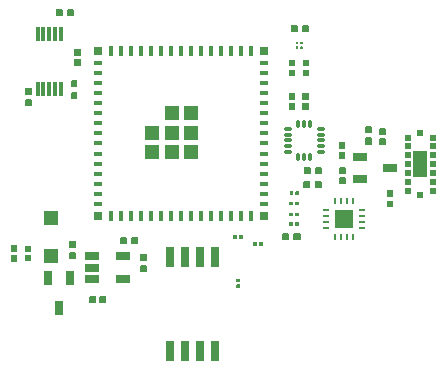
<source format=gtp>
G04 Layer: TopPasteMaskLayer*
G04 Panelize: , Column: 1, Row: 1, Board Size: 43.14mm x 33.02mm, Panelized Board Size: 43.14mm x 33.02mm*
G04 EasyEDA v6.5.42, 2024-03-19 15:40:22*
G04 eeb97d59e02942aebf3b2853903f826f,9a4ed40c0dd746429eaf55b84663d2fb,10*
G04 Gerber Generator version 0.2*
G04 Scale: 100 percent, Rotated: No, Reflected: No *
G04 Dimensions in millimeters *
G04 leading zeros omitted , absolute positions ,4 integer and 5 decimal *
%FSLAX45Y45*%
%MOMM*%

%AMMACRO1*21,1,$1,$2,0,0,$3*%
%AMMACRO2*4,1,4,-0.2,0.4001,0.2,0.4001,0.2,-0.4001,-0.2,-0.4001,-0.2,0.4001,0*%
%AMMACRO3*4,1,4,-0.1999,0.4001,0.1999,0.4001,0.1999,-0.4001,-0.1999,-0.4001,-0.1999,0.4001,0*%
%AMMACRO4*4,1,4,-0.2,0.4,0.2,0.4,0.2,-0.4,-0.2,-0.4,-0.2,0.4,0*%
%AMMACRO5*4,1,4,-0.1999,0.4,0.1999,0.4,0.1999,-0.4,-0.1999,-0.4,-0.1999,0.4,0*%
%ADD10R,1.1999X1.1999*%
%ADD11R,1.2000X1.2000*%
%ADD12R,0.7112X1.7406*%
%ADD13R,0.7000X1.2500*%
%ADD14MACRO1,0.6223X1.1049X-90.0000*%
%ADD15R,0.6000X0.5000*%
%ADD16R,0.3000X1.3000*%
%ADD17R,0.2500X0.6000*%
%ADD18R,0.6000X0.2500*%
%ADD19R,1.5000X1.5000*%
%ADD20O,0.7999984X0.2800096*%
%ADD21O,0.2800096X0.7999984*%
%ADD22R,0.8001X0.8001*%
%ADD23MACRO2*%
%ADD24MACRO3*%
%ADD25R,0.8001X0.4001*%
%ADD26MACRO4*%
%ADD27MACRO5*%
%ADD28R,0.5000X0.5000*%
%ADD29R,1.2000X2.3160*%
%ADD30R,1.2500X0.7000*%
%ADD31R,0.0127X0.7000*%

%LPD*%
G36*
X-41402Y-110998D02*
G01*
X-46380Y-118008D01*
X-46380Y-166014D01*
X-41402Y-170992D01*
X3606Y-170992D01*
X8585Y-166014D01*
X8585Y-118008D01*
X3606Y-110998D01*
G37*
G36*
X-41402Y-14985D02*
G01*
X-46380Y-20015D01*
X-46380Y-68021D01*
X-41402Y-74980D01*
X3606Y-74980D01*
X8585Y-68021D01*
X8585Y-20015D01*
X3606Y-14985D01*
G37*
G36*
X-474675Y-375005D02*
G01*
X-478688Y-379018D01*
X-478688Y-424992D01*
X-474675Y-429006D01*
X-424586Y-429006D01*
X-420624Y-424992D01*
X-420624Y-379018D01*
X-424586Y-375005D01*
G37*
G36*
X-389585Y-375005D02*
G01*
X-393598Y-379018D01*
X-393598Y-424992D01*
X-389585Y-429006D01*
X-339547Y-429006D01*
X-335534Y-424992D01*
X-335534Y-379018D01*
X-339547Y-375005D01*
G37*
G36*
X1218184Y255320D02*
G01*
X1215796Y252882D01*
X1215796Y225298D01*
X1218184Y222910D01*
X1244600Y222910D01*
X1246987Y225298D01*
X1246987Y252882D01*
X1244600Y255320D01*
G37*
G36*
X1265580Y255320D02*
G01*
X1263192Y252882D01*
X1263192Y225298D01*
X1265580Y222910D01*
X1291996Y222910D01*
X1294384Y225298D01*
X1294384Y252882D01*
X1291996Y255320D01*
G37*
G36*
X1217422Y334314D02*
G01*
X1215034Y331927D01*
X1215034Y304292D01*
X1217422Y301904D01*
X1243838Y301904D01*
X1246225Y304292D01*
X1246225Y331927D01*
X1243838Y334314D01*
G37*
G36*
X1264818Y334314D02*
G01*
X1262430Y331927D01*
X1262430Y304292D01*
X1264818Y301904D01*
X1291234Y301904D01*
X1293622Y304292D01*
X1293622Y331927D01*
X1291234Y334314D01*
G37*
G36*
X1216660Y427278D02*
G01*
X1214272Y424840D01*
X1214272Y397256D01*
X1216660Y394868D01*
X1243076Y394868D01*
X1245463Y397256D01*
X1245463Y424840D01*
X1243076Y427278D01*
G37*
G36*
X1264056Y427278D02*
G01*
X1261668Y424840D01*
X1261668Y397256D01*
X1264056Y394868D01*
X1290472Y394868D01*
X1292860Y397256D01*
X1292860Y424840D01*
X1290472Y427278D01*
G37*
G36*
X1219962Y513384D02*
G01*
X1217574Y510997D01*
X1217574Y483362D01*
X1219962Y480974D01*
X1246378Y480974D01*
X1248765Y483362D01*
X1248765Y510997D01*
X1246378Y513384D01*
G37*
G36*
X1267358Y513384D02*
G01*
X1264970Y510997D01*
X1264970Y483362D01*
X1267358Y480974D01*
X1293774Y480974D01*
X1296162Y483362D01*
X1296162Y510997D01*
X1293774Y513384D01*
G37*
G36*
X-1015390Y1390700D02*
G01*
X-1020368Y1385671D01*
X-1020368Y1337665D01*
X-1015390Y1330655D01*
X-970381Y1330655D01*
X-965403Y1337665D01*
X-965403Y1385671D01*
X-970381Y1390700D01*
G37*
G36*
X-1015390Y1294688D02*
G01*
X-1020368Y1287678D01*
X-1020368Y1239672D01*
X-1015390Y1234694D01*
X-970381Y1234694D01*
X-965403Y1239672D01*
X-965403Y1287678D01*
X-970381Y1294688D01*
G37*
G36*
X-1140866Y58623D02*
G01*
X-1144879Y54610D01*
X-1144879Y4572D01*
X-1140866Y558D01*
X-1094841Y558D01*
X-1090879Y4572D01*
X-1090879Y54610D01*
X-1094841Y58623D01*
G37*
G36*
X-1140866Y-26466D02*
G01*
X-1144879Y-30480D01*
X-1144879Y-80518D01*
X-1140866Y-84531D01*
X-1094841Y-84531D01*
X-1090879Y-80518D01*
X-1090879Y-30480D01*
X-1094841Y-26466D01*
G37*
G36*
X-213969Y127050D02*
G01*
X-218998Y122072D01*
X-218998Y77063D01*
X-213969Y72085D01*
X-165963Y72085D01*
X-158953Y77063D01*
X-158953Y122072D01*
X-165963Y127050D01*
G37*
G36*
X-115976Y127050D02*
G01*
X-122986Y122072D01*
X-122986Y77063D01*
X-115976Y72085D01*
X-67970Y72085D01*
X-62991Y77063D01*
X-62991Y122072D01*
X-67970Y127050D01*
G37*
G36*
X-641502Y97536D02*
G01*
X-646480Y92557D01*
X-646480Y44551D01*
X-641502Y37541D01*
X-596493Y37541D01*
X-591515Y44551D01*
X-591515Y92557D01*
X-596493Y97536D01*
G37*
G36*
X-641502Y1574D02*
G01*
X-646480Y-5435D01*
X-646480Y-53441D01*
X-641502Y-58419D01*
X-596493Y-58419D01*
X-591515Y-53441D01*
X-591515Y-5435D01*
X-596493Y1574D01*
G37*
G36*
X1327810Y1921459D02*
G01*
X1320800Y1916430D01*
X1320800Y1871421D01*
X1327810Y1866442D01*
X1375816Y1866442D01*
X1380794Y1871421D01*
X1380794Y1916430D01*
X1375816Y1921459D01*
G37*
G36*
X1229817Y1921459D02*
G01*
X1224838Y1916430D01*
X1224838Y1871421D01*
X1229817Y1866442D01*
X1277823Y1866442D01*
X1284833Y1871421D01*
X1284833Y1916430D01*
X1277823Y1921459D01*
G37*
G36*
X-629462Y1357376D02*
G01*
X-634492Y1350365D01*
X-634492Y1302359D01*
X-629462Y1297381D01*
X-584504Y1297381D01*
X-579475Y1302359D01*
X-579475Y1350365D01*
X-584504Y1357376D01*
G37*
G36*
X-629462Y1453388D02*
G01*
X-634492Y1448358D01*
X-634492Y1400352D01*
X-629462Y1393342D01*
X-584504Y1393342D01*
X-579475Y1400352D01*
X-579475Y1448358D01*
X-584504Y1453388D01*
G37*
G36*
X-601014Y1719478D02*
G01*
X-605028Y1715465D01*
X-605028Y1665427D01*
X-601014Y1661414D01*
X-555040Y1661414D01*
X-551027Y1665427D01*
X-551027Y1715465D01*
X-555040Y1719478D01*
G37*
G36*
X-601014Y1634388D02*
G01*
X-605028Y1630426D01*
X-605028Y1580337D01*
X-601014Y1576324D01*
X-555040Y1576324D01*
X-551027Y1580337D01*
X-551027Y1630426D01*
X-555040Y1634388D01*
G37*
G36*
X1340104Y717042D02*
G01*
X1335074Y712063D01*
X1335074Y667054D01*
X1340104Y662076D01*
X1388059Y662076D01*
X1395069Y667054D01*
X1395069Y712063D01*
X1388059Y717042D01*
G37*
G36*
X1438097Y717042D02*
G01*
X1431086Y712063D01*
X1431086Y667054D01*
X1438097Y662076D01*
X1486103Y662076D01*
X1491081Y667054D01*
X1491081Y712063D01*
X1486103Y717042D01*
G37*
G36*
X1212291Y1262329D02*
G01*
X1208278Y1258316D01*
X1208278Y1208278D01*
X1212291Y1204264D01*
X1258265Y1204264D01*
X1262278Y1208278D01*
X1262278Y1258316D01*
X1258265Y1262329D01*
G37*
G36*
X1212291Y1347419D02*
G01*
X1208278Y1343406D01*
X1208278Y1293317D01*
X1212291Y1289354D01*
X1258265Y1289354D01*
X1262278Y1293317D01*
X1262278Y1343406D01*
X1258265Y1347419D01*
G37*
G36*
X1329385Y1263599D02*
G01*
X1325372Y1259586D01*
X1325372Y1209548D01*
X1329385Y1205534D01*
X1375359Y1205534D01*
X1379372Y1209548D01*
X1379372Y1259586D01*
X1375359Y1263599D01*
G37*
G36*
X1329385Y1348689D02*
G01*
X1325372Y1344676D01*
X1325372Y1294587D01*
X1329385Y1290624D01*
X1375359Y1290624D01*
X1379372Y1294587D01*
X1379372Y1344676D01*
X1375359Y1348689D01*
G37*
G36*
X1338072Y599948D02*
G01*
X1333042Y594969D01*
X1333042Y549960D01*
X1338072Y544982D01*
X1386027Y544982D01*
X1393037Y549960D01*
X1393037Y594969D01*
X1386027Y599948D01*
G37*
G36*
X1436065Y599948D02*
G01*
X1429054Y594969D01*
X1429054Y549960D01*
X1436065Y544982D01*
X1484071Y544982D01*
X1489049Y549960D01*
X1489049Y594969D01*
X1484071Y599948D01*
G37*
G36*
X913485Y84277D02*
G01*
X911098Y81889D01*
X911098Y54305D01*
X913485Y51917D01*
X939901Y51917D01*
X942289Y54305D01*
X942289Y81889D01*
X939901Y84277D01*
G37*
G36*
X960882Y84277D02*
G01*
X958494Y81889D01*
X958494Y54305D01*
X960882Y51917D01*
X987298Y51917D01*
X989685Y54305D01*
X989685Y81889D01*
X987298Y84277D01*
G37*
G36*
X743102Y144576D02*
G01*
X740664Y142189D01*
X740664Y114604D01*
X743102Y112217D01*
X769518Y112217D01*
X771906Y114604D01*
X771906Y142189D01*
X769518Y144576D01*
G37*
G36*
X790498Y144576D02*
G01*
X788111Y142189D01*
X788111Y114604D01*
X790498Y112217D01*
X816914Y112217D01*
X819302Y114604D01*
X819302Y142189D01*
X816914Y144576D01*
G37*
G36*
X769518Y-273608D02*
G01*
X767080Y-275996D01*
X767080Y-302412D01*
X769518Y-304800D01*
X797102Y-304800D01*
X799490Y-302412D01*
X799490Y-275996D01*
X797102Y-273608D01*
G37*
G36*
X769518Y-226161D02*
G01*
X767080Y-228600D01*
X767080Y-255016D01*
X769518Y-257403D01*
X797102Y-257403D01*
X799490Y-255016D01*
X799490Y-228600D01*
X797102Y-226161D01*
G37*
G36*
X1310284Y1781556D02*
G01*
X1308252Y1779524D01*
X1308252Y1763522D01*
X1310284Y1761540D01*
X1326286Y1761540D01*
X1328267Y1763522D01*
X1328267Y1779524D01*
X1326286Y1781556D01*
G37*
G36*
X1310284Y1741525D02*
G01*
X1308252Y1739544D01*
X1308252Y1723542D01*
X1310284Y1721561D01*
X1326286Y1721561D01*
X1328267Y1723542D01*
X1328267Y1739544D01*
X1326286Y1741525D01*
G37*
G36*
X1270254Y1781556D02*
G01*
X1268272Y1779524D01*
X1268272Y1763522D01*
X1270254Y1761540D01*
X1286256Y1761540D01*
X1288288Y1763522D01*
X1288288Y1779524D01*
X1286256Y1781556D01*
G37*
G36*
X1270254Y1741525D02*
G01*
X1268272Y1739544D01*
X1268272Y1723542D01*
X1270254Y1721561D01*
X1286256Y1721561D01*
X1288288Y1723542D01*
X1288288Y1739544D01*
X1286256Y1741525D01*
G37*
G36*
X1213561Y1544726D02*
G01*
X1209548Y1540764D01*
X1209548Y1490675D01*
X1213561Y1486662D01*
X1259535Y1486662D01*
X1263548Y1490675D01*
X1263548Y1540764D01*
X1259535Y1544726D01*
G37*
G36*
X1213561Y1629816D02*
G01*
X1209548Y1625803D01*
X1209548Y1575765D01*
X1213561Y1571752D01*
X1259535Y1571752D01*
X1263548Y1575765D01*
X1263548Y1625803D01*
X1259535Y1629816D01*
G37*
G36*
X1333449Y1544472D02*
G01*
X1329436Y1540510D01*
X1329436Y1490421D01*
X1333449Y1486408D01*
X1379423Y1486408D01*
X1383436Y1490421D01*
X1383436Y1540510D01*
X1379423Y1544472D01*
G37*
G36*
X1333449Y1629562D02*
G01*
X1329436Y1625549D01*
X1329436Y1575511D01*
X1333449Y1571498D01*
X1379423Y1571498D01*
X1383436Y1575511D01*
X1383436Y1625549D01*
X1379423Y1629562D01*
G37*
G36*
X-660704Y2057654D02*
G01*
X-667715Y2052675D01*
X-667715Y2007666D01*
X-660704Y2002688D01*
X-612698Y2002688D01*
X-607720Y2007666D01*
X-607720Y2052675D01*
X-612698Y2057654D01*
G37*
G36*
X-758698Y2057654D02*
G01*
X-763727Y2052675D01*
X-763727Y2007666D01*
X-758698Y2002688D01*
X-710692Y2002688D01*
X-703732Y2007666D01*
X-703732Y2052675D01*
X-710692Y2057654D01*
G37*
G36*
X1257096Y157378D02*
G01*
X1250086Y152400D01*
X1250086Y107391D01*
X1257096Y102412D01*
X1305102Y102412D01*
X1310081Y107391D01*
X1310081Y152400D01*
X1305102Y157378D01*
G37*
G36*
X1159103Y157378D02*
G01*
X1154074Y152400D01*
X1154074Y107391D01*
X1159103Y102412D01*
X1207109Y102412D01*
X1214120Y107391D01*
X1214120Y152400D01*
X1207109Y157378D01*
G37*
G36*
X1638706Y846023D02*
G01*
X1634693Y842010D01*
X1634693Y791921D01*
X1638706Y787958D01*
X1684680Y787958D01*
X1688693Y791921D01*
X1688693Y842010D01*
X1684680Y846023D01*
G37*
G36*
X1638706Y931062D02*
G01*
X1634693Y927049D01*
X1634693Y877011D01*
X1638706Y872998D01*
X1684680Y872998D01*
X1688693Y877011D01*
X1688693Y927049D01*
X1684680Y931062D01*
G37*
G36*
X2044293Y521258D02*
G01*
X2040280Y517245D01*
X2040280Y467207D01*
X2044293Y463194D01*
X2090318Y463194D01*
X2094280Y467207D01*
X2094280Y517245D01*
X2090318Y521258D01*
G37*
G36*
X2044293Y436219D02*
G01*
X2040280Y432206D01*
X2040280Y382117D01*
X2044293Y378155D01*
X2090318Y378155D01*
X2094280Y382117D01*
X2094280Y432206D01*
X2090318Y436219D01*
G37*
G36*
X1981301Y1048359D02*
G01*
X1977288Y1044346D01*
X1977288Y994308D01*
X1981301Y990295D01*
X2027275Y990295D01*
X2031288Y994308D01*
X2031288Y1044346D01*
X2027275Y1048359D01*
G37*
G36*
X1981301Y963320D02*
G01*
X1977288Y959307D01*
X1977288Y909218D01*
X1981301Y905256D01*
X2027275Y905256D01*
X2031288Y909218D01*
X2031288Y959307D01*
X2027275Y963320D01*
G37*
G36*
X1640789Y717753D02*
G01*
X1636776Y713740D01*
X1636776Y663702D01*
X1640789Y659688D01*
X1686814Y659688D01*
X1690776Y663702D01*
X1690776Y713740D01*
X1686814Y717753D01*
G37*
G36*
X1640789Y632714D02*
G01*
X1636776Y628700D01*
X1636776Y578612D01*
X1640789Y574649D01*
X1686814Y574649D01*
X1690776Y578612D01*
X1690776Y628700D01*
X1686814Y632714D01*
G37*
G36*
X1863598Y1066190D02*
G01*
X1858619Y1061212D01*
X1858619Y1013206D01*
X1863598Y1006195D01*
X1908606Y1006195D01*
X1913585Y1013206D01*
X1913585Y1061212D01*
X1908606Y1066190D01*
G37*
G36*
X1863598Y970178D02*
G01*
X1858619Y963218D01*
X1858619Y915212D01*
X1863598Y910183D01*
X1908606Y910183D01*
X1913585Y915212D01*
X1913585Y963218D01*
X1908606Y970178D01*
G37*
D10*
G01*
X52250Y1011953D03*
G01*
X52250Y846955D03*
G01*
X217248Y846955D03*
G01*
X382247Y846955D03*
G01*
X382247Y1011953D03*
G01*
X382247Y1176952D03*
G01*
X217248Y1176952D03*
G01*
X217248Y1011953D03*
D11*
G01*
X-801621Y289196D03*
G01*
X-801621Y-30792D03*
D12*
G01*
X208206Y-836937D03*
G01*
X335206Y-836937D03*
G01*
X462206Y-836937D03*
G01*
X589206Y-836937D03*
G01*
X589206Y-37879D03*
G01*
X462206Y-37879D03*
G01*
X335206Y-37879D03*
G01*
X208206Y-37879D03*
D13*
G01*
X-734387Y-471177D03*
G01*
X-829383Y-221241D03*
G01*
X-639391Y-221241D03*
D14*
G01*
X-195882Y-225788D03*
G01*
X-195882Y-35847D03*
G01*
X-455876Y-35821D03*
G01*
X-455876Y-130741D03*
G01*
X-455876Y-225788D03*
D15*
G01*
X-997963Y-52204D03*
G01*
X-997963Y27805D03*
D16*
G01*
X-916759Y1377104D03*
G01*
X-866772Y1377104D03*
G01*
X-816785Y1377104D03*
G01*
X-766772Y1377104D03*
G01*
X-716760Y1377104D03*
G01*
X-716785Y1847080D03*
G01*
X-766772Y1847080D03*
G01*
X-816759Y1847080D03*
G01*
X-866772Y1847080D03*
G01*
X-916785Y1847080D03*
D17*
G01*
X1602767Y129100D03*
G01*
X1652780Y129100D03*
G01*
X1702767Y129100D03*
G01*
X1752780Y129100D03*
D18*
G01*
X1827608Y204284D03*
G01*
X1827608Y254297D03*
G01*
X1827608Y304284D03*
G01*
X1827608Y354296D03*
D17*
G01*
X1752627Y429099D03*
G01*
X1702615Y429099D03*
G01*
X1652628Y429099D03*
G01*
X1602767Y429099D03*
D18*
G01*
X1527609Y354296D03*
G01*
X1527609Y304284D03*
G01*
X1527609Y254297D03*
G01*
X1527609Y204284D03*
D19*
G01*
X1677621Y279087D03*
D20*
G01*
X1481889Y844618D03*
G01*
X1481889Y894631D03*
G01*
X1481889Y944618D03*
G01*
X1481889Y994630D03*
G01*
X1481889Y1044618D03*
D21*
G01*
X1391871Y1084623D03*
G01*
X1341884Y1084623D03*
G01*
X1291871Y1084623D03*
D20*
G01*
X1201879Y1044618D03*
G01*
X1201879Y994630D03*
G01*
X1201879Y944618D03*
G01*
X1201879Y894631D03*
G01*
X1201879Y844618D03*
D21*
G01*
X1291871Y804638D03*
G01*
X1341884Y804638D03*
G01*
X1391871Y804638D03*
D22*
G01*
X-402993Y1704306D03*
D23*
G01*
X-298002Y1704306D03*
G01*
X-212989Y1704306D03*
G01*
X-128000Y1704306D03*
G01*
X-42986Y1704306D03*
G01*
X42001Y1704306D03*
D24*
G01*
X127002Y1704306D03*
D23*
G01*
X212003Y1704306D03*
G01*
X382005Y1704306D03*
D24*
G01*
X297004Y1704306D03*
G01*
X467006Y1704306D03*
D23*
G01*
X552008Y1704306D03*
G01*
X636996Y1704306D03*
G01*
X722010Y1704306D03*
G01*
X806998Y1704306D03*
G01*
X892012Y1704306D03*
D22*
G01*
X997003Y1704306D03*
D25*
G01*
X997003Y1599303D03*
G01*
X997003Y1514314D03*
G01*
X997003Y1429326D03*
G01*
X997003Y1344312D03*
G01*
X997003Y1259298D03*
G01*
X997003Y1174310D03*
G01*
X997003Y1089296D03*
G01*
X997003Y1004333D03*
G01*
X997003Y919319D03*
G01*
X997003Y834306D03*
G01*
X997003Y749317D03*
G01*
X997003Y664303D03*
G01*
X997003Y579315D03*
G01*
X997003Y494301D03*
G01*
X997003Y409313D03*
D22*
G01*
X997003Y304309D03*
D26*
G01*
X892012Y304309D03*
G01*
X806998Y304309D03*
G01*
X722010Y304309D03*
G01*
X636996Y304309D03*
G01*
X552008Y304309D03*
D27*
G01*
X467006Y304309D03*
D26*
G01*
X382005Y304309D03*
D27*
G01*
X297004Y304309D03*
D26*
G01*
X212003Y304309D03*
D27*
G01*
X127002Y304309D03*
D26*
G01*
X42001Y304309D03*
G01*
X-42986Y304309D03*
G01*
X-128000Y304309D03*
G01*
X-212989Y304309D03*
G01*
X-298002Y304309D03*
D22*
G01*
X-402993Y304309D03*
D25*
G01*
X-402993Y409313D03*
G01*
X-402993Y494301D03*
G01*
X-402993Y579315D03*
G01*
X-402993Y664303D03*
G01*
X-402993Y749317D03*
G01*
X-402993Y834306D03*
G01*
X-402993Y919319D03*
G01*
X-402993Y1004333D03*
G01*
X-402993Y1089296D03*
G01*
X-402993Y1174310D03*
G01*
X-402993Y1259298D03*
G01*
X-402993Y1344312D03*
G01*
X-402993Y1429326D03*
G01*
X-402993Y1599303D03*
G01*
X-402993Y1514314D03*
D28*
G01*
X2217473Y518965D03*
G01*
X2217473Y593971D03*
G01*
X2217473Y668952D03*
G01*
X2217473Y743958D03*
G01*
X2217473Y818964D03*
G01*
X2217473Y893970D03*
G01*
X2217473Y968951D03*
G01*
X2322476Y478960D03*
D29*
G01*
X2322476Y743958D03*
D28*
G01*
X2322476Y1008956D03*
G01*
X2427455Y518965D03*
G01*
X2427455Y593971D03*
G01*
X2427455Y668952D03*
G01*
X2427455Y743958D03*
G01*
X2427455Y818964D03*
G01*
X2427455Y893970D03*
G01*
X2427455Y968951D03*
D30*
G01*
X2065657Y709490D03*
G01*
X1815721Y614494D03*
G01*
X1815721Y804486D03*
M02*

</source>
